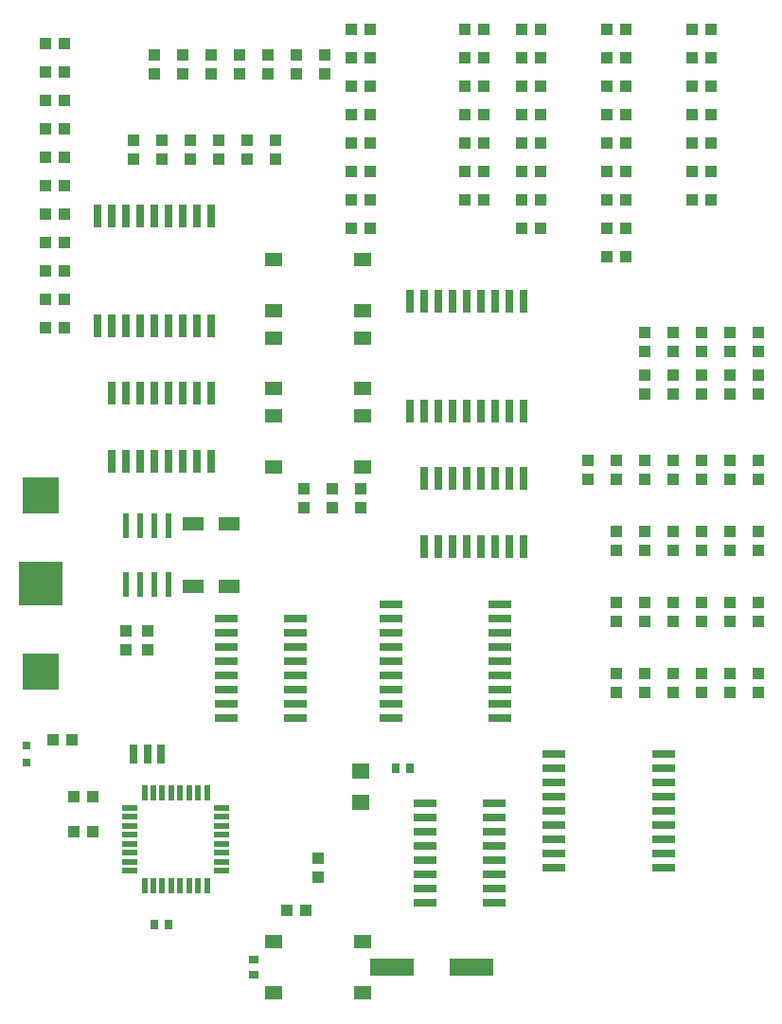
<source format=gts>
G75*
G70*
%OFA0B0*%
%FSLAX24Y24*%
%IPPOS*%
%LPD*%
%AMOC8*
5,1,8,0,0,1.08239X$1,22.5*
%
%ADD10R,0.0200X0.0580*%
%ADD11R,0.0580X0.0200*%
%ADD12R,0.0394X0.0433*%
%ADD13R,0.0315X0.0315*%
%ADD14R,0.0276X0.0669*%
%ADD15R,0.0276X0.0354*%
%ADD16R,0.0630X0.0551*%
%ADD17R,0.0610X0.0512*%
%ADD18R,0.0354X0.0276*%
%ADD19R,0.0260X0.0800*%
%ADD20R,0.0800X0.0260*%
%ADD21R,0.0433X0.0394*%
%ADD22R,0.0240X0.0870*%
%ADD23R,0.1560X0.1560*%
%ADD24R,0.1250X0.1250*%
%ADD25R,0.0750X0.0500*%
%ADD26R,0.1575X0.0630*%
D10*
X005936Y004614D03*
X006246Y004614D03*
X006566Y004614D03*
X006876Y004614D03*
X007196Y004614D03*
X007506Y004614D03*
X007826Y004614D03*
X008136Y004614D03*
X008136Y007854D03*
X007826Y007854D03*
X007506Y007854D03*
X007196Y007854D03*
X006876Y007854D03*
X006566Y007854D03*
X006246Y007854D03*
X005936Y007854D03*
D11*
X005416Y005134D03*
X005416Y005444D03*
X005416Y005764D03*
X005416Y006074D03*
X005416Y006394D03*
X005416Y006704D03*
X005416Y007024D03*
X005416Y007334D03*
X008656Y007334D03*
X008656Y007024D03*
X008656Y006704D03*
X008656Y006394D03*
X008656Y006074D03*
X008656Y005764D03*
X008656Y005444D03*
X008656Y005134D03*
D12*
X010952Y003734D03*
X011621Y003734D03*
X012036Y004900D03*
X012036Y005569D03*
X006036Y012900D03*
X006036Y013569D03*
X005286Y013569D03*
X005286Y012900D03*
X003371Y009734D03*
X002702Y009734D03*
X011536Y017900D03*
X011536Y018569D03*
X012536Y018569D03*
X012536Y017900D03*
X013536Y017900D03*
X013536Y018569D03*
X021536Y018900D03*
X021536Y019569D03*
X022536Y019569D03*
X022536Y018900D03*
X023536Y018900D03*
X023536Y019569D03*
X024536Y019569D03*
X024536Y018900D03*
X025536Y018900D03*
X025536Y019569D03*
X026536Y019569D03*
X026536Y018900D03*
X027536Y018900D03*
X027536Y019569D03*
X027536Y021900D03*
X027536Y022569D03*
X027536Y023400D03*
X027536Y024069D03*
X026536Y024069D03*
X026536Y023400D03*
X026536Y022569D03*
X026536Y021900D03*
X025536Y021900D03*
X025536Y022569D03*
X025536Y023400D03*
X025536Y024069D03*
X024536Y024069D03*
X024536Y023400D03*
X024536Y022569D03*
X024536Y021900D03*
X023536Y021900D03*
X023536Y022569D03*
X023536Y023400D03*
X023536Y024069D03*
X023536Y017069D03*
X023536Y016400D03*
X022536Y016400D03*
X022536Y017069D03*
X024536Y017069D03*
X024536Y016400D03*
X025536Y016400D03*
X025536Y017069D03*
X026536Y017069D03*
X026536Y016400D03*
X027536Y016400D03*
X027536Y017069D03*
X027536Y014569D03*
X027536Y013900D03*
X026536Y013900D03*
X026536Y014569D03*
X025536Y014569D03*
X025536Y013900D03*
X024536Y013900D03*
X024536Y014569D03*
X023536Y014569D03*
X023536Y013900D03*
X022536Y013900D03*
X022536Y014569D03*
X022536Y012069D03*
X022536Y011400D03*
X023536Y011400D03*
X023536Y012069D03*
X024536Y012069D03*
X024536Y011400D03*
X025536Y011400D03*
X025536Y012069D03*
X026536Y012069D03*
X026536Y011400D03*
X027536Y011400D03*
X027536Y012069D03*
X010536Y030150D03*
X010536Y030819D03*
X009536Y030819D03*
X009536Y030150D03*
X008536Y030150D03*
X008536Y030819D03*
X007536Y030819D03*
X007536Y030150D03*
X006536Y030150D03*
X006536Y030819D03*
X005536Y030819D03*
X005536Y030150D03*
X006286Y033150D03*
X006286Y033819D03*
X007286Y033819D03*
X007286Y033150D03*
X008286Y033150D03*
X008286Y033819D03*
X009286Y033819D03*
X009286Y033150D03*
X010286Y033150D03*
X010286Y033819D03*
X011286Y033819D03*
X011286Y033150D03*
X012286Y033150D03*
X012286Y033819D03*
D13*
X001786Y009529D03*
X001786Y008939D03*
D14*
X005564Y009234D03*
X006036Y009234D03*
X006509Y009234D03*
D15*
X006281Y003234D03*
X006792Y003234D03*
X014781Y008734D03*
X015292Y008734D03*
D16*
X013536Y008635D03*
X013536Y007533D03*
D17*
X013601Y002620D03*
X013601Y000848D03*
X010471Y000848D03*
X010471Y002620D03*
X010471Y019348D03*
X010471Y021120D03*
X010471Y022098D03*
X010471Y023870D03*
X010471Y024848D03*
X010471Y026620D03*
X013601Y026620D03*
X013601Y024848D03*
X013601Y023870D03*
X013601Y022098D03*
X013601Y021120D03*
X013601Y019348D03*
D18*
X009786Y001990D03*
X009786Y001478D03*
D19*
X015786Y016524D03*
X016286Y016524D03*
X016786Y016524D03*
X017286Y016524D03*
X017786Y016524D03*
X018286Y016524D03*
X018786Y016524D03*
X019286Y016524D03*
X019286Y018944D03*
X018786Y018944D03*
X018286Y018944D03*
X017786Y018944D03*
X017286Y018944D03*
X016786Y018944D03*
X016286Y018944D03*
X015786Y018944D03*
X015786Y021304D03*
X016286Y021304D03*
X016786Y021304D03*
X017286Y021304D03*
X017786Y021304D03*
X018286Y021304D03*
X018786Y021304D03*
X019286Y021304D03*
X019286Y025164D03*
X018786Y025164D03*
X018286Y025164D03*
X017786Y025164D03*
X017286Y025164D03*
X016786Y025164D03*
X016286Y025164D03*
X015786Y025164D03*
X015286Y025164D03*
X015286Y021304D03*
X008286Y021944D03*
X007786Y021944D03*
X007286Y021944D03*
X006786Y021944D03*
X006286Y021944D03*
X005786Y021944D03*
X005286Y021944D03*
X004786Y021944D03*
X004786Y024304D03*
X004286Y024304D03*
X005286Y024304D03*
X005786Y024304D03*
X006286Y024304D03*
X006786Y024304D03*
X007286Y024304D03*
X007786Y024304D03*
X008286Y024304D03*
X008286Y028164D03*
X007786Y028164D03*
X007286Y028164D03*
X006786Y028164D03*
X006286Y028164D03*
X005786Y028164D03*
X005286Y028164D03*
X004786Y028164D03*
X004286Y028164D03*
X004786Y019524D03*
X005286Y019524D03*
X005786Y019524D03*
X006286Y019524D03*
X006786Y019524D03*
X007286Y019524D03*
X007786Y019524D03*
X008286Y019524D03*
D20*
X008826Y013984D03*
X008826Y013484D03*
X008826Y012984D03*
X008826Y012484D03*
X008826Y011984D03*
X008826Y011484D03*
X008826Y010984D03*
X008826Y010484D03*
X011246Y010484D03*
X011246Y010984D03*
X011246Y011484D03*
X011246Y011984D03*
X011246Y012484D03*
X011246Y012984D03*
X011246Y013484D03*
X011246Y013984D03*
X014606Y013984D03*
X014606Y013484D03*
X014606Y012984D03*
X014606Y012484D03*
X014606Y011984D03*
X014606Y011484D03*
X014606Y010984D03*
X014606Y010484D03*
X015826Y007484D03*
X015826Y006984D03*
X015826Y006484D03*
X015826Y005984D03*
X015826Y005484D03*
X015826Y004984D03*
X015826Y004484D03*
X015826Y003984D03*
X018246Y003984D03*
X018246Y004484D03*
X018246Y004984D03*
X018246Y005484D03*
X018246Y005984D03*
X018246Y006484D03*
X018246Y006984D03*
X018246Y007484D03*
X020356Y007234D03*
X020356Y006734D03*
X020356Y006234D03*
X020356Y005734D03*
X020356Y005234D03*
X020356Y007734D03*
X020356Y008234D03*
X020356Y008734D03*
X020356Y009234D03*
X018466Y010484D03*
X018466Y010984D03*
X018466Y011484D03*
X018466Y011984D03*
X018466Y012484D03*
X018466Y012984D03*
X018466Y013484D03*
X018466Y013984D03*
X018466Y014484D03*
X014606Y014484D03*
X024216Y009234D03*
X024216Y008734D03*
X024216Y008234D03*
X024216Y007734D03*
X024216Y007234D03*
X024216Y006734D03*
X024216Y006234D03*
X024216Y005734D03*
X024216Y005234D03*
D21*
X022871Y026734D03*
X022202Y026734D03*
X022202Y027734D03*
X022871Y027734D03*
X022871Y028734D03*
X022202Y028734D03*
X022202Y029734D03*
X022202Y030734D03*
X022871Y030734D03*
X022871Y029734D03*
X022871Y031734D03*
X022202Y031734D03*
X022202Y032734D03*
X022871Y032734D03*
X022871Y033734D03*
X022202Y033734D03*
X022202Y034734D03*
X022871Y034734D03*
X025202Y034734D03*
X025871Y034734D03*
X025871Y033734D03*
X025202Y033734D03*
X025202Y032734D03*
X025871Y032734D03*
X025871Y031734D03*
X025202Y031734D03*
X025202Y030734D03*
X025871Y030734D03*
X025871Y029734D03*
X025202Y029734D03*
X025202Y028734D03*
X025871Y028734D03*
X019871Y028734D03*
X019202Y028734D03*
X019202Y027734D03*
X019871Y027734D03*
X019871Y029734D03*
X019202Y029734D03*
X019202Y030734D03*
X019871Y030734D03*
X019871Y031734D03*
X019202Y031734D03*
X019202Y032734D03*
X019871Y032734D03*
X019871Y033734D03*
X019202Y033734D03*
X019202Y034734D03*
X019871Y034734D03*
X017871Y034734D03*
X017202Y034734D03*
X017202Y033734D03*
X017871Y033734D03*
X017871Y032734D03*
X017202Y032734D03*
X017202Y031734D03*
X017871Y031734D03*
X017871Y030734D03*
X017202Y030734D03*
X017202Y029734D03*
X017871Y029734D03*
X017871Y028734D03*
X017202Y028734D03*
X013871Y028734D03*
X013202Y028734D03*
X013202Y027734D03*
X013871Y027734D03*
X013871Y029734D03*
X013202Y029734D03*
X013202Y030734D03*
X013871Y030734D03*
X013871Y031734D03*
X013202Y031734D03*
X013202Y032734D03*
X013871Y032734D03*
X013871Y033734D03*
X013202Y033734D03*
X013202Y034734D03*
X013871Y034734D03*
X003121Y034234D03*
X002452Y034234D03*
X002452Y033234D03*
X003121Y033234D03*
X003121Y032234D03*
X002452Y032234D03*
X002452Y031234D03*
X003121Y031234D03*
X003121Y030234D03*
X002452Y030234D03*
X002452Y029234D03*
X003121Y029234D03*
X003121Y028234D03*
X002452Y028234D03*
X002452Y027234D03*
X003121Y027234D03*
X003121Y026234D03*
X002452Y026234D03*
X002452Y025234D03*
X003121Y025234D03*
X003121Y024234D03*
X002452Y024234D03*
X003452Y007734D03*
X004121Y007734D03*
X004121Y006484D03*
X003452Y006484D03*
D22*
X005286Y015204D03*
X005786Y015204D03*
X006286Y015204D03*
X006786Y015204D03*
X006786Y017264D03*
X006286Y017264D03*
X005786Y017264D03*
X005286Y017264D03*
D23*
X002286Y015234D03*
D24*
X002286Y018334D03*
X002286Y012134D03*
D25*
X007661Y015134D03*
X008911Y015134D03*
X008911Y017334D03*
X007661Y017334D03*
D26*
X014639Y001734D03*
X017434Y001734D03*
M02*

</source>
